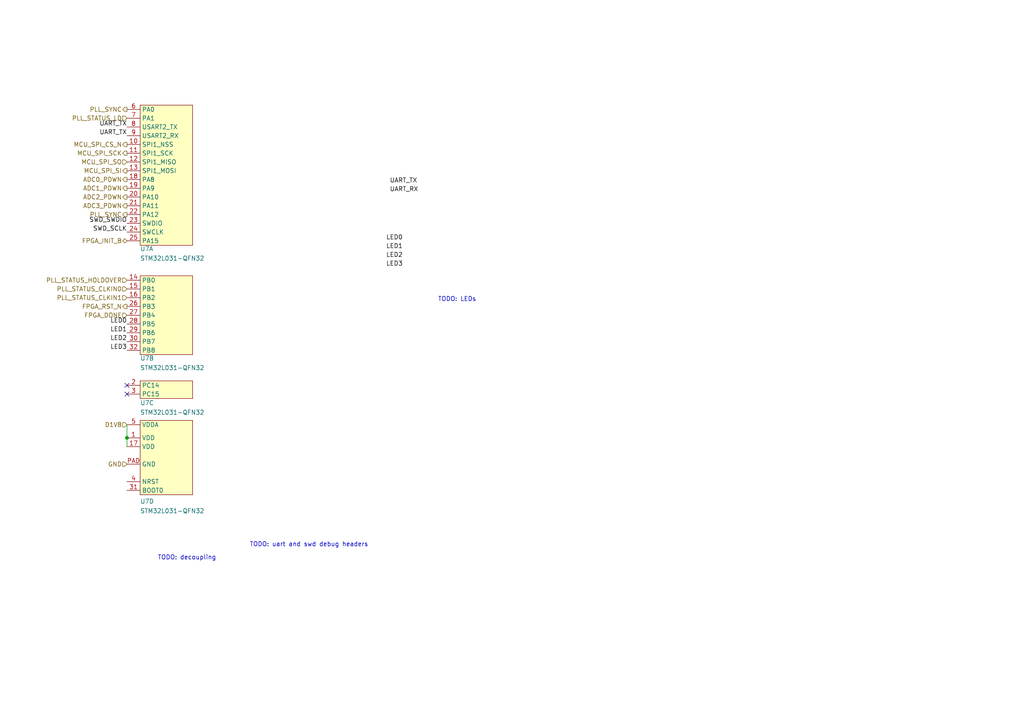
<source format=kicad_sch>
(kicad_sch (version 20211123) (generator eeschema)
  (paper "A4")
  (title_block (title "Digitizer board") (date "2022-06-22") (rev "0.1") (company "A. Zonenberg"))
  (lib_symbols
    (symbol "st-azonenberg:STM32L031-QFN32"
      (property "Reference" "U" (at 1.27 -1.27 0))
      (property "Value" "STM32L031-QFN32" (at 8.89 -3.81 0))
      (symbol "STM32L031-QFN32_1_1"
        (rectangle (start 0 40.64) (end 15.24 0) (stroke (width 0.1524)) (fill (type background)))
        (pin bidirectional line (at -3.81 29.21 0) (length 3.81) (name "PA4") (number "10") (alternate "SPI1_NSS" bidirectional line))
        (pin bidirectional line (at -3.81 26.67 0) (length 3.81) (name "PA5") (number "11") (alternate "SPI1_SCK" bidirectional line))
        (pin bidirectional line (at -3.81 24.13 0) (length 3.81) (name "PA6") (number "12") (alternate "SPI1_MISO" bidirectional line))
        (pin bidirectional line (at -3.81 21.59 0) (length 3.81) (name "PA7") (number "13") (alternate "SPI1_MOSI" bidirectional line))
        (pin bidirectional line (at -3.81 19.05 0) (length 3.81) (name "PA8") (number "18"))
        (pin bidirectional line (at -3.81 16.51 0) (length 3.81) (name "PA9") (number "19") (alternate "USART2_TX" output line))
        (pin bidirectional line (at -3.81 13.97 0) (length 3.81) (name "PA10") (number "20") (alternate "USART2_RX" input line))
        (pin bidirectional line (at -3.81 11.43 0) (length 3.81) (name "PA11") (number "21") (alternate "SPI1_MISO" bidirectional line))
        (pin bidirectional line (at -3.81 8.89 0) (length 3.81) (name "PA12") (number "22") (alternate "SPI1_MOSI" bidirectional line))
        (pin bidirectional line (at -3.81 6.35 0) (length 3.81) (name "PA13") (number "23") (alternate "SWDIO" bidirectional line))
        (pin bidirectional line (at -3.81 3.81 0) (length 3.81) (name "PA14") (number "24") (alternate "SWCLK" input line) (alternate "USART2_TX" output line))
        (pin bidirectional line (at -3.81 1.27 0) (length 3.81) (name "PA15") (number "25") (alternate "SPI1_NSS" bidirectional line) (alternate "USART2_RX" input line))
        (pin bidirectional line (at -3.81 39.37 0) (length 3.81) (name "PA0") (number "6"))
        (pin bidirectional line (at -3.81 36.83 0) (length 3.81) (name "PA1") (number "7"))
        (pin bidirectional line (at -3.81 34.29 0) (length 3.81) (name "PA2") (number "8") (alternate "USART2_TX" output line))
        (pin bidirectional line (at -3.81 31.75 0) (length 3.81) (name "PA3") (number "9") (alternate "USART2_RX" input line))
      )
      (symbol "STM32L031-QFN32_2_1"
        (rectangle (start 0 22.86) (end 15.24 0) (stroke (width 0.1524)) (fill (type background)))
        (pin bidirectional line (at -3.81 21.59 0) (length 3.81) (name "PB0") (number "14") (alternate "SPI1_MISO" bidirectional line))
        (pin bidirectional line (at -3.81 19.05 0) (length 3.81) (name "PB1") (number "15") (alternate "SPI1_MOSI" bidirectional line))
        (pin bidirectional line (at -3.81 16.51 0) (length 3.81) (name "PB2") (number "16"))
        (pin bidirectional line (at -3.81 13.97 0) (length 3.81) (name "PB3") (number "26") (alternate "SPI1_SCK" bidirectional line))
        (pin bidirectional line (at -3.81 11.43 0) (length 3.81) (name "PB4") (number "27") (alternate "SPI1_MISO" bidirectional line))
        (pin bidirectional line (at -3.81 8.89 0) (length 3.81) (name "PB5") (number "28") (alternate "SPI1_MOSI" bidirectional line))
        (pin bidirectional line (at -3.81 6.35 0) (length 3.81) (name "PB6") (number "29") (alternate "USART2_TX" output line))
        (pin bidirectional line (at -3.81 3.81 0) (length 3.81) (name "PB7") (number "30") (alternate "USART2_RX" input line))
        (pin bidirectional line (at -3.81 1.27 0) (length 3.81) (name "PB8") (number "32"))
      )
      (symbol "STM32L031-QFN32_3_1"
        (rectangle (start 0 5.08) (end 15.24 0) (stroke (width 0.1524)) (fill (type background)))
        (pin bidirectional line (at -3.81 3.81 0) (length 3.81) (name "PC14") (number "2"))
        (pin bidirectional line (at -3.81 1.27 0) (length 3.81) (name "PC15") (number "3"))
      )
      (symbol "STM32L031-QFN32_4_1"
        (rectangle (start 0 21.59) (end 15.24 0) (stroke (width 0.1524)) (fill (type background)))
        (pin power_in line (at -3.81 16.51 0) (length 3.81) (name "VDD") (number "1"))
        (pin power_in line (at -3.81 13.97 0) (length 3.81) (name "VDD") (number "17"))
        (pin input line (at -3.81 1.27 0) (length 3.81) (name "BOOT0") (number "31"))
        (pin input line (at -3.81 3.81 0) (length 3.81) (name "NRST") (number "4"))
        (pin power_in line (at -3.81 20.32 0) (length 3.81) (name "VDDA") (number "5"))
        (pin power_in line (at -3.81 8.89 0) (length 3.81) (name "GND") (number "PAD"))
      )
    )
  )
  (junction (at 36.83 127))
  (no_connect (at 36.83 114.3))
  (no_connect (at 36.83 111.76))
  (wire (pts (xy 36.83 123.19) (xy 36.83 127)))
  (wire (pts (xy 36.83 127) (xy 36.83 129.54)))
  (text "TODO: decoupling" (at 45.72 162.56 0) (effects (font (size 1.27 1.27)) (justify left bottom)))
  (text "TODO: LEDs" (at 127 87.63 0) (effects (font (size 1.27 1.27)) (justify left bottom)))
  (text "TODO: uart and swd debug headers" (at 72.39 158.75 0) (effects (font (size 1.27 1.27)) (justify left bottom)))
  (label "SWD_SWDIO" (at 36.83 64.77 180))
  (label "UART_RX" (at 113.03 55.88 0))
  (label "LED3" (at 116.84 77.47 180))
  (label "LED2" (at 116.84 74.93 180))
  (label "UART_TX" (at 36.83 39.37 180))
  (label "LED0" (at 116.84 69.85 180))
  (label "LED2" (at 36.83 99.06 180))
  (label "UART_TX" (at 36.83 36.83 180))
  (label "LED3" (at 36.83 101.6 180))
  (label "LED0" (at 36.83 93.98 180))
  (label "UART_TX" (at 113.03 53.34 0))
  (label "LED1" (at 116.84 72.39 180))
  (label "SWD_SCLK" (at 36.83 67.31 180))
  (label "LED1" (at 36.83 96.52 180))
  (hierarchical_label "FPGA_DONE" (shape input) (at 36.83 91.44 180))
  (hierarchical_label "PLL_STATUS_LD" (shape input) (at 36.83 34.29 180))
  (hierarchical_label "PLL_SYNC" (shape output) (at 36.83 31.75 180))
  (hierarchical_label "FPGA_RST_N" (shape output) (at 36.83 88.9 180))
  (hierarchical_label "FPGA_INIT_B" (shape bidirectional) (at 36.83 69.85 180))
  (hierarchical_label "ADC0_PDWN" (shape output) (at 36.83 52.07 180))
  (hierarchical_label "ADC2_PDWN" (shape output) (at 36.83 57.15 180))
  (hierarchical_label "D1V8" (shape input) (at 36.83 123.19 180))
  (hierarchical_label "PLL_STATUS_CLKIN0" (shape input) (at 36.83 83.82 180))
  (hierarchical_label "PLL_SYNC" (shape output) (at 36.83 62.23 180))
  (hierarchical_label "MCU_SPI_CS_N" (shape output) (at 36.83 41.91 180))
  (hierarchical_label "PLL_STATUS_HOLDOVER" (shape input) (at 36.83 81.28 180))
  (hierarchical_label "ADC1_PDWN" (shape output) (at 36.83 54.61 180))
  (hierarchical_label "ADC3_PDWN" (shape output) (at 36.83 59.69 180))
  (hierarchical_label "MCU_SPI_SO" (shape input) (at 36.83 46.99 180))
  (hierarchical_label "MCU_SPI_SI" (shape output) (at 36.83 49.53 180))
  (hierarchical_label "MCU_SPI_SCK" (shape output) (at 36.83 44.45 180))
  (hierarchical_label "GND" (shape input) (at 36.83 134.62 180))
  (hierarchical_label "PLL_STATUS_CLKIN1" (shape input) (at 36.83 86.36 180))
  (symbol (lib_id "st-azonenberg:STM32L031-QFN32") (at 40.64 115.57 0) (unit 3)
    (property "Reference" "U7" (at 40.64 116.84 0) (effects (justify left)))
    (property "Value" "STM32L031-QFN32" (at 40.64 119.6151 0) (effects (justify left)))
  )
  (symbol (lib_id "st-azonenberg:STM32L031-QFN32") (at 40.64 143.51 0) (unit 4)
    (property "Reference" "U7" (at 40.64 145.415 0) (effects (justify left)))
    (property "Value" "STM32L031-QFN32" (at 40.64 148.1901 0) (effects (justify left)))
  )
  (symbol (lib_id "st-azonenberg:STM32L031-QFN32") (at 40.64 71.12 0) (unit 1)
    (property "Reference" "U7" (at 40.64 72.1549 0) (effects (justify left)))
    (property "Value" "STM32L031-QFN32" (at 40.64 74.93 0) (effects (justify left)))
    (pin "10" (alternate "SPI1_NSS"))
    (pin "11" (alternate "SPI1_SCK"))
    (pin "12" (alternate "SPI1_MISO"))
    (pin "13" (alternate "SPI1_MOSI"))
    (pin "23" (alternate "SWDIO"))
    (pin "24" (alternate "SWCLK"))
    (pin "8" (alternate "USART2_TX"))
    (pin "9" (alternate "USART2_RX"))
  )
  (symbol (lib_id "st-azonenberg:STM32L031-QFN32") (at 40.64 102.87 0) (unit 2)
    (property "Reference" "U7" (at 40.64 103.9049 0) (effects (justify left)))
    (property "Value" "STM32L031-QFN32" (at 40.64 106.68 0) (effects (justify left)))
  )
)
</source>
